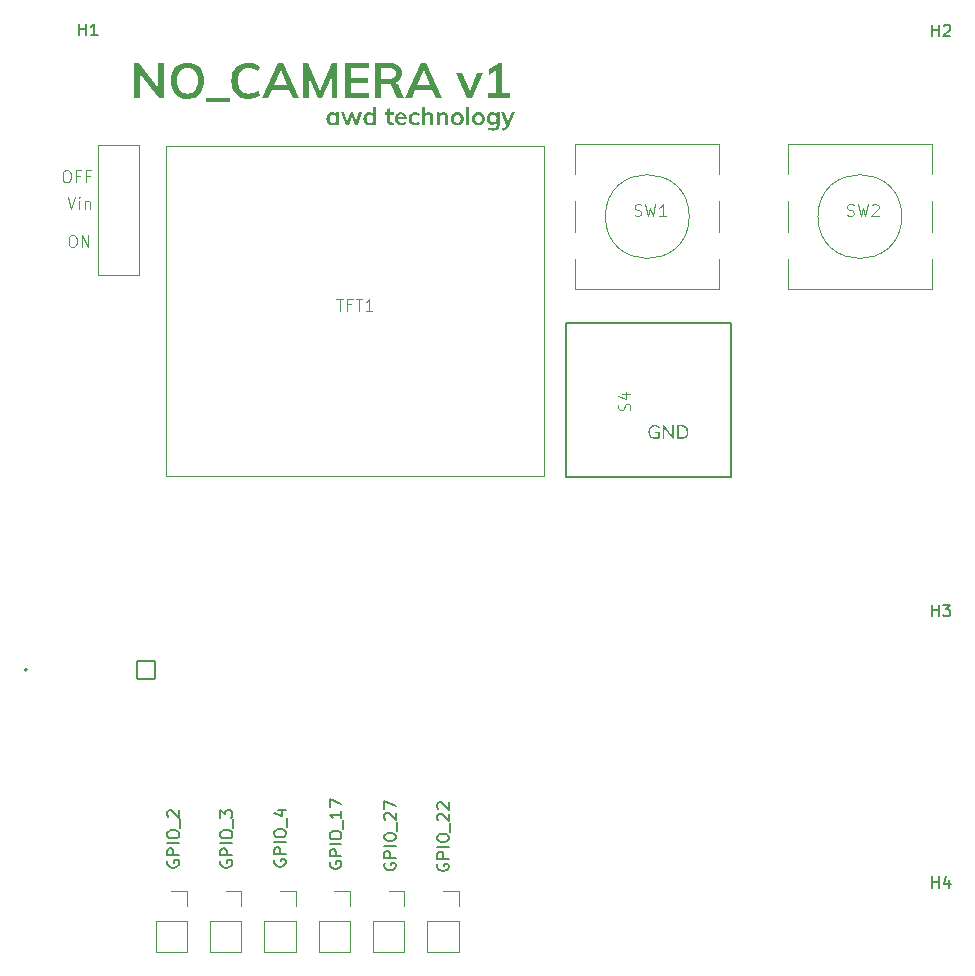
<source format=gto>
G04 #@! TF.GenerationSoftware,KiCad,Pcbnew,9.0.1*
G04 #@! TF.CreationDate,2025-04-09T16:40:50+02:00*
G04 #@! TF.ProjectId,camera_base,63616d65-7261-45f6-9261-73652e6b6963,rev?*
G04 #@! TF.SameCoordinates,Original*
G04 #@! TF.FileFunction,Legend,Top*
G04 #@! TF.FilePolarity,Positive*
%FSLAX46Y46*%
G04 Gerber Fmt 4.6, Leading zero omitted, Abs format (unit mm)*
G04 Created by KiCad (PCBNEW 9.0.1) date 2025-04-09 16:40:50*
%MOMM*%
%LPD*%
G01*
G04 APERTURE LIST*
G04 Aperture macros list*
%AMRoundRect*
0 Rectangle with rounded corners*
0 $1 Rounding radius*
0 $2 $3 $4 $5 $6 $7 $8 $9 X,Y pos of 4 corners*
0 Add a 4 corners polygon primitive as box body*
4,1,4,$2,$3,$4,$5,$6,$7,$8,$9,$2,$3,0*
0 Add four circle primitives for the rounded corners*
1,1,$1+$1,$2,$3*
1,1,$1+$1,$4,$5*
1,1,$1+$1,$6,$7*
1,1,$1+$1,$8,$9*
0 Add four rect primitives between the rounded corners*
20,1,$1+$1,$2,$3,$4,$5,0*
20,1,$1+$1,$4,$5,$6,$7,0*
20,1,$1+$1,$6,$7,$8,$9,0*
20,1,$1+$1,$8,$9,$2,$3,0*%
G04 Aperture macros list end*
%ADD10C,0.300000*%
%ADD11C,0.150000*%
%ADD12C,0.100000*%
%ADD13C,0.200000*%
%ADD14C,0.120000*%
%ADD15C,2.700000*%
%ADD16C,2.750000*%
%ADD17RoundRect,0.102000X-0.754000X-0.754000X0.754000X-0.754000X0.754000X0.754000X-0.754000X0.754000X0*%
%ADD18C,1.712000*%
%ADD19O,3.200000X1.900000*%
%ADD20C,1.600000*%
%ADD21C,1.700000*%
%ADD22C,2.200000*%
%ADD23C,1.800000*%
%ADD24R,1.700000X1.700000*%
G04 APERTURE END LIST*
D10*
G36*
X66343353Y-95999551D02*
G01*
X66343353Y-98990000D01*
X65940169Y-98990000D01*
X64327433Y-96894213D01*
X64327433Y-98990000D01*
X63823316Y-98990000D01*
X63823316Y-95999551D01*
X64226683Y-95999551D01*
X65835205Y-98091125D01*
X65835205Y-95999551D01*
X66343353Y-95999551D01*
G37*
G36*
X68605213Y-95983599D02*
G01*
X68855900Y-96046014D01*
X69076980Y-96146646D01*
X69227866Y-96248927D01*
X69359211Y-96370573D01*
X69472475Y-96512898D01*
X69568274Y-96678058D01*
X69660557Y-96914675D01*
X69718250Y-97183632D01*
X69738450Y-97490654D01*
X69717965Y-97800426D01*
X69659553Y-98070761D01*
X69566259Y-98307646D01*
X69469563Y-98472932D01*
X69355929Y-98615634D01*
X69224787Y-98737851D01*
X69074781Y-98840889D01*
X68912543Y-98920749D01*
X68734151Y-98979054D01*
X68537219Y-99015210D01*
X68318972Y-99027735D01*
X68035553Y-99005801D01*
X67786144Y-98942794D01*
X67564994Y-98840889D01*
X67413922Y-98737810D01*
X67281731Y-98615562D01*
X67167054Y-98472863D01*
X67069303Y-98307646D01*
X66974883Y-98070646D01*
X66915807Y-97800321D01*
X66895097Y-97490654D01*
X67441163Y-97490654D01*
X67458027Y-97760817D01*
X67504713Y-97982050D01*
X67576832Y-98162695D01*
X67672156Y-98309661D01*
X67797579Y-98433344D01*
X67944053Y-98521481D01*
X68115766Y-98576043D01*
X68318972Y-98595242D01*
X68522178Y-98576043D01*
X68693891Y-98521481D01*
X68840365Y-98433344D01*
X68965788Y-98309661D01*
X69061112Y-98162695D01*
X69133230Y-97982050D01*
X69179917Y-97760817D01*
X69196781Y-97490654D01*
X69179938Y-97222761D01*
X69133290Y-97003270D01*
X69061183Y-96823917D01*
X68965788Y-96677875D01*
X68840493Y-96555164D01*
X68694070Y-96467630D01*
X68522312Y-96413399D01*
X68318972Y-96394309D01*
X68115498Y-96413290D01*
X67943695Y-96467188D01*
X67797322Y-96554119D01*
X67672156Y-96675860D01*
X67576982Y-96820798D01*
X67504867Y-96999910D01*
X67458091Y-97220322D01*
X67441163Y-97490654D01*
X66895097Y-97490654D01*
X66915522Y-97183736D01*
X66973878Y-96914789D01*
X67067288Y-96678058D01*
X67164099Y-96512842D01*
X67278082Y-96370491D01*
X67409837Y-96248864D01*
X67560781Y-96146646D01*
X67781862Y-96046020D01*
X68032608Y-95983602D01*
X68318972Y-95961816D01*
X68605213Y-95983599D01*
G37*
G36*
X69875287Y-98990000D02*
G01*
X71895603Y-98990000D01*
X71895603Y-99305073D01*
X69875287Y-99305073D01*
X69875287Y-98990000D01*
G37*
G36*
X73480312Y-99027735D02*
G01*
X73260195Y-99015163D01*
X73060040Y-98978749D01*
X72877270Y-98919826D01*
X72709665Y-98838874D01*
X72554245Y-98734409D01*
X72418975Y-98611240D01*
X72302317Y-98468225D01*
X72203532Y-98303433D01*
X72107757Y-98066346D01*
X72048019Y-97797353D01*
X72027128Y-97490654D01*
X72047957Y-97186803D01*
X72107638Y-96919200D01*
X72203532Y-96682271D01*
X72302394Y-96517429D01*
X72419079Y-96374769D01*
X72554320Y-96252300D01*
X72709665Y-96148845D01*
X72936300Y-96046835D01*
X73191295Y-95983760D01*
X73480312Y-95961816D01*
X73680252Y-95972568D01*
X73869486Y-96004235D01*
X74049459Y-96056338D01*
X74221402Y-96129620D01*
X74368124Y-96217235D01*
X74492576Y-96318838D01*
X74316172Y-96713595D01*
X74109922Y-96569397D01*
X73915003Y-96476374D01*
X73710360Y-96421434D01*
X73488738Y-96402735D01*
X73276220Y-96421910D01*
X73097800Y-96476159D01*
X72946870Y-96563183D01*
X72818841Y-96684286D01*
X72720584Y-96829730D01*
X72646588Y-97007886D01*
X72598838Y-97225460D01*
X72581620Y-97490654D01*
X72598730Y-97758252D01*
X72646149Y-97977648D01*
X72719543Y-98157111D01*
X72816826Y-98303433D01*
X72944002Y-98425153D01*
X73094849Y-98512735D01*
X73274133Y-98567440D01*
X73488738Y-98586816D01*
X73710367Y-98568162D01*
X73915003Y-98513360D01*
X74109929Y-98420198D01*
X74316172Y-98275956D01*
X74492576Y-98670713D01*
X74368111Y-98772424D01*
X74221389Y-98860099D01*
X74049459Y-98933396D01*
X73869493Y-98985397D01*
X73680259Y-99017003D01*
X73480312Y-99027735D01*
G37*
G36*
X77772819Y-98990000D02*
G01*
X77230966Y-98990000D01*
X76932745Y-98288595D01*
X75471135Y-98288595D01*
X75168885Y-98990000D01*
X74622819Y-98990000D01*
X75129992Y-97868558D01*
X75651753Y-97868558D01*
X76752128Y-97868558D01*
X76202032Y-96587566D01*
X75651753Y-97868558D01*
X75129992Y-97868558D01*
X75975252Y-95999551D01*
X76416172Y-95999551D01*
X77772819Y-98990000D01*
G37*
G36*
X81008731Y-95999551D02*
G01*
X81008731Y-98990000D01*
X80530076Y-98990000D01*
X80530076Y-97133632D01*
X79736165Y-98990000D01*
X79379143Y-98990000D01*
X78581202Y-97154515D01*
X78581202Y-98990000D01*
X78102363Y-98990000D01*
X78102363Y-95999551D01*
X78530826Y-95999551D01*
X79559760Y-98338970D01*
X80580451Y-95999551D01*
X81008731Y-95999551D01*
G37*
G36*
X81663790Y-95999551D02*
G01*
X83663040Y-95999551D01*
X83663040Y-96428014D01*
X82193004Y-96428014D01*
X82193004Y-97255448D01*
X83574930Y-97255448D01*
X83574930Y-97683728D01*
X82193004Y-97683728D01*
X82193004Y-98561536D01*
X83663040Y-98561536D01*
X83663040Y-98990000D01*
X81663790Y-98990000D01*
X81663790Y-95999551D01*
G37*
G36*
X85699492Y-96015905D02*
G01*
X85908767Y-96061039D01*
X86078208Y-96130561D01*
X86214767Y-96222301D01*
X86328173Y-96342407D01*
X86410022Y-96485421D01*
X86461279Y-96655976D01*
X86479466Y-96860690D01*
X86461027Y-97054066D01*
X86408145Y-97220956D01*
X86321929Y-97366639D01*
X86205095Y-97489539D01*
X86057807Y-97588219D01*
X85874598Y-97662845D01*
X85994608Y-97704772D01*
X86096780Y-97777048D01*
X86184161Y-97883588D01*
X86256899Y-98032323D01*
X86622165Y-98990000D01*
X86051003Y-98990000D01*
X85668885Y-97994588D01*
X85627138Y-97908304D01*
X85575381Y-97845262D01*
X85513363Y-97801331D01*
X85398853Y-97761666D01*
X85240422Y-97746742D01*
X84698569Y-97746742D01*
X84698569Y-98990000D01*
X84160929Y-98990000D01*
X84160929Y-97326889D01*
X84690143Y-97326889D01*
X85366451Y-97326889D01*
X85568747Y-97311828D01*
X85715496Y-97272134D01*
X85820010Y-97213499D01*
X85899602Y-97127859D01*
X85949034Y-97015841D01*
X85966922Y-96868934D01*
X85949288Y-96724773D01*
X85900550Y-96614909D01*
X85822025Y-96530963D01*
X85718866Y-96473642D01*
X85571755Y-96434523D01*
X85366451Y-96419588D01*
X84690143Y-96419588D01*
X84690143Y-97326889D01*
X84160929Y-97326889D01*
X84160929Y-95999551D01*
X85441922Y-95999551D01*
X85699492Y-96015905D01*
G37*
G36*
X89898011Y-98990000D02*
G01*
X89356158Y-98990000D01*
X89057937Y-98288595D01*
X87596327Y-98288595D01*
X87294077Y-98990000D01*
X86748011Y-98990000D01*
X87255184Y-97868558D01*
X87776945Y-97868558D01*
X88877320Y-97868558D01*
X88327224Y-96587566D01*
X87776945Y-97868558D01*
X87255184Y-97868558D01*
X88100444Y-95999551D01*
X88541364Y-95999551D01*
X89898011Y-98990000D01*
G37*
G36*
X93337988Y-96873147D02*
G01*
X92409804Y-98990000D01*
X91951849Y-98990000D01*
X91036304Y-96873147D01*
X91586584Y-96873147D01*
X92195481Y-98393558D01*
X92817201Y-96873147D01*
X93337988Y-96873147D01*
G37*
G36*
X95639122Y-98549080D02*
G01*
X95639122Y-98990000D01*
X93795394Y-98990000D01*
X93795394Y-98549080D01*
X94450636Y-98549080D01*
X94450636Y-96621271D01*
X93841556Y-96986536D01*
X93841556Y-96503668D01*
X94673203Y-95999551D01*
X94988093Y-95999551D01*
X94988093Y-98549080D01*
X95639122Y-98549080D01*
G37*
G36*
X80630121Y-100162894D02*
G01*
X80698301Y-100179482D01*
X80760205Y-100206540D01*
X80816086Y-100244049D01*
X80861970Y-100289669D01*
X80898783Y-100344110D01*
X80898783Y-100184467D01*
X81157069Y-100184467D01*
X81157069Y-101245000D01*
X80898783Y-101245000D01*
X80898783Y-101074915D01*
X80861970Y-101129356D01*
X80816086Y-101174975D01*
X80760205Y-101212485D01*
X80698307Y-101239490D01*
X80630125Y-101256049D01*
X80554400Y-101261761D01*
X80463968Y-101254030D01*
X80382629Y-101231554D01*
X80308661Y-101194624D01*
X80243280Y-101144117D01*
X80188171Y-101080971D01*
X80142790Y-101003565D01*
X80110855Y-100919055D01*
X80090941Y-100823747D01*
X80083989Y-100715786D01*
X80348595Y-100715786D01*
X80357773Y-100822840D01*
X80382706Y-100905033D01*
X80421044Y-100967845D01*
X80474847Y-101016059D01*
X80541758Y-101045498D01*
X80625841Y-101055956D01*
X80708246Y-101045330D01*
X80774092Y-101015294D01*
X80827342Y-100965738D01*
X80865193Y-100901702D01*
X80889766Y-100818716D01*
X80898783Y-100711573D01*
X80889688Y-100601593D01*
X80865045Y-100517383D01*
X80827342Y-100453286D01*
X80774031Y-100403791D01*
X80707542Y-100373671D01*
X80623735Y-100362978D01*
X80560357Y-100369206D01*
X80506646Y-100386958D01*
X80460633Y-100415779D01*
X80421044Y-100456492D01*
X80382576Y-100522570D01*
X80357692Y-100607330D01*
X80348595Y-100715786D01*
X80083989Y-100715786D01*
X80091002Y-100607933D01*
X80111204Y-100511557D01*
X80143797Y-100424985D01*
X80189885Y-100345241D01*
X80245395Y-100279972D01*
X80310768Y-100227514D01*
X80384896Y-100188664D01*
X80465541Y-100165200D01*
X80554400Y-100157172D01*
X80630121Y-100162894D01*
G37*
G36*
X83131040Y-100184467D02*
G01*
X82715217Y-101245000D01*
X82486331Y-101245000D01*
X82223831Y-100549915D01*
X81967650Y-101245000D01*
X81736658Y-101245000D01*
X81320834Y-100184467D01*
X81589654Y-100184467D01*
X81862687Y-100932124D01*
X82137735Y-100184467D01*
X82326779Y-100184467D01*
X82601827Y-100938444D01*
X82874860Y-100184467D01*
X83131040Y-100184467D01*
G37*
G36*
X84291682Y-101245000D02*
G01*
X84033395Y-101245000D01*
X84033395Y-101074915D01*
X83996583Y-101129356D01*
X83950698Y-101174975D01*
X83894818Y-101212485D01*
X83832919Y-101239490D01*
X83764738Y-101256049D01*
X83689013Y-101261761D01*
X83600095Y-101253848D01*
X83519443Y-101230735D01*
X83445381Y-101192518D01*
X83380042Y-101140657D01*
X83324533Y-101075773D01*
X83278410Y-100996147D01*
X83245817Y-100909574D01*
X83225615Y-100813198D01*
X83218601Y-100705345D01*
X83483208Y-100705345D01*
X83492327Y-100813798D01*
X83517228Y-100898180D01*
X83555656Y-100963632D01*
X83595170Y-101003766D01*
X83641154Y-101032231D01*
X83694891Y-101049790D01*
X83758347Y-101055956D01*
X83840792Y-101045356D01*
X83907036Y-101015332D01*
X83960947Y-100965738D01*
X83999290Y-100901591D01*
X84024226Y-100817977D01*
X84033395Y-100709467D01*
X84024340Y-100600937D01*
X83999733Y-100517352D01*
X83961954Y-100453286D01*
X83908698Y-100403676D01*
X83842852Y-100373611D01*
X83760454Y-100362978D01*
X83676466Y-100373551D01*
X83609552Y-100403353D01*
X83555656Y-100452279D01*
X83517279Y-100515714D01*
X83492362Y-100598287D01*
X83483208Y-100705345D01*
X83218601Y-100705345D01*
X83225555Y-100597384D01*
X83245470Y-100502108D01*
X83277403Y-100417657D01*
X83322749Y-100340132D01*
X83377860Y-100276604D01*
X83443274Y-100225499D01*
X83517312Y-100187887D01*
X83598644Y-100165029D01*
X83689013Y-100157172D01*
X83763416Y-100162650D01*
X83830553Y-100178535D01*
X83891612Y-100204433D01*
X83946932Y-100240530D01*
X83992480Y-100284751D01*
X84029182Y-100337790D01*
X84029182Y-99699400D01*
X84291682Y-99699400D01*
X84291682Y-101245000D01*
G37*
G36*
X85485663Y-100381937D02*
G01*
X85485663Y-100856470D01*
X85493732Y-100928257D01*
X85515172Y-100978656D01*
X85548308Y-101013424D01*
X85594956Y-101035309D01*
X85659961Y-101043408D01*
X85708970Y-101039411D01*
X85764924Y-101026555D01*
X85764924Y-101234467D01*
X85691432Y-101252871D01*
X85596946Y-101259654D01*
X85507042Y-101252566D01*
X85432652Y-101232730D01*
X85370921Y-101201462D01*
X85319700Y-101158904D01*
X85279282Y-101106020D01*
X85249255Y-101041762D01*
X85230054Y-100963788D01*
X85223163Y-100869110D01*
X85223163Y-100381937D01*
X85019465Y-100381937D01*
X85019465Y-100184467D01*
X85223163Y-100184467D01*
X85223163Y-99926180D01*
X85485663Y-99837978D01*
X85485663Y-100184467D01*
X85767031Y-100184467D01*
X85767031Y-100381937D01*
X85485663Y-100381937D01*
G37*
G36*
X86510356Y-100166721D02*
G01*
X86601832Y-100193908D01*
X86680549Y-100237757D01*
X86748613Y-100298955D01*
X86802151Y-100372905D01*
X86841675Y-100460584D01*
X86866733Y-100564656D01*
X86875649Y-100688492D01*
X86875649Y-100728426D01*
X86144844Y-100728426D01*
X86159748Y-100839299D01*
X86188952Y-100920655D01*
X86229932Y-100979385D01*
X86286132Y-101022542D01*
X86360246Y-101050081D01*
X86457811Y-101060169D01*
X86542796Y-101053181D01*
X86624344Y-101032334D01*
X86703528Y-100997238D01*
X86781219Y-100946779D01*
X86856782Y-101127397D01*
X86774645Y-101181149D01*
X86670943Y-101225033D01*
X86559556Y-101252633D01*
X86447278Y-101261761D01*
X86317998Y-101251597D01*
X86208899Y-101222912D01*
X86116397Y-101177310D01*
X86037774Y-101114849D01*
X85974182Y-101037061D01*
X85927934Y-100945827D01*
X85898925Y-100838508D01*
X85888664Y-100711573D01*
X85896247Y-100605396D01*
X85900308Y-100587742D01*
X86153271Y-100587742D01*
X86646763Y-100587742D01*
X86631905Y-100510222D01*
X86607347Y-100451319D01*
X86574315Y-100407124D01*
X86530911Y-100374106D01*
X86476973Y-100353565D01*
X86409451Y-100346216D01*
X86341924Y-100353530D01*
X86285681Y-100374321D01*
X86238267Y-100408224D01*
X86200883Y-100453398D01*
X86172296Y-100512162D01*
X86153271Y-100587742D01*
X85900308Y-100587742D01*
X85918174Y-100510073D01*
X85953785Y-100423886D01*
X86003499Y-100345446D01*
X86064133Y-100280424D01*
X86136509Y-100227514D01*
X86217447Y-100188786D01*
X86305754Y-100165248D01*
X86403131Y-100157172D01*
X86510356Y-100166721D01*
G37*
G36*
X87578794Y-101261761D02*
G01*
X87469846Y-101253818D01*
X87374664Y-101231107D01*
X87291015Y-101194624D01*
X87215943Y-101143453D01*
X87154040Y-101080486D01*
X87104169Y-101004573D01*
X87068782Y-100920338D01*
X87046748Y-100824784D01*
X87039048Y-100715786D01*
X87047037Y-100606935D01*
X87070045Y-100510293D01*
X87107283Y-100423886D01*
X87159235Y-100345854D01*
X87223255Y-100280770D01*
X87300449Y-100227514D01*
X87386307Y-100189049D01*
X87481915Y-100165374D01*
X87589235Y-100157172D01*
X87700966Y-100166131D01*
X87808688Y-100192893D01*
X87906424Y-100236870D01*
X87977765Y-100291628D01*
X87904217Y-100476367D01*
X87834355Y-100428005D01*
X87761427Y-100393477D01*
X87685519Y-100372022D01*
X87612316Y-100365084D01*
X87521091Y-100375764D01*
X87448326Y-100405733D01*
X87389750Y-100454385D01*
X87347373Y-100518474D01*
X87320017Y-100602291D01*
X87309974Y-100711573D01*
X87319922Y-100821002D01*
X87346943Y-100904462D01*
X87388651Y-100967845D01*
X87430809Y-101005444D01*
X87480961Y-101032729D01*
X87540719Y-101049869D01*
X87612316Y-101055956D01*
X87685477Y-101048780D01*
X87761427Y-101026555D01*
X87834398Y-100991182D01*
X87904217Y-100942566D01*
X87977765Y-101127397D01*
X87902801Y-101182319D01*
X87803467Y-101226132D01*
X87694324Y-101252764D01*
X87578794Y-101261761D01*
G37*
G36*
X88759861Y-100157172D02*
G01*
X88864114Y-100166754D01*
X88946934Y-100193245D01*
X89012882Y-100234879D01*
X89065009Y-100292170D01*
X89104479Y-100367829D01*
X89130406Y-100466425D01*
X89139964Y-100593970D01*
X89139964Y-101245000D01*
X88877464Y-101245000D01*
X88877464Y-100606610D01*
X88871015Y-100523605D01*
X88854106Y-100464332D01*
X88829195Y-100422878D01*
X88793112Y-100391924D01*
X88744741Y-100372289D01*
X88680085Y-100365084D01*
X88603552Y-100374064D01*
X88540128Y-100399653D01*
X88486828Y-100441746D01*
X88446808Y-100496851D01*
X88422115Y-100563352D01*
X88413372Y-100644437D01*
X88413372Y-101245000D01*
X88152978Y-101245000D01*
X88152978Y-99699400D01*
X88413372Y-99699400D01*
X88413372Y-100337790D01*
X88453844Y-100284586D01*
X88501904Y-100240354D01*
X88558269Y-100204433D01*
X88620008Y-100178436D01*
X88686854Y-100162599D01*
X88759861Y-100157172D01*
G37*
G36*
X90026016Y-100157172D02*
G01*
X90130269Y-100166754D01*
X90213089Y-100193245D01*
X90279037Y-100234879D01*
X90331164Y-100292170D01*
X90370634Y-100367829D01*
X90396561Y-100466425D01*
X90406119Y-100593970D01*
X90406119Y-101245000D01*
X90143619Y-101245000D01*
X90143619Y-100606610D01*
X90137170Y-100523605D01*
X90120261Y-100464332D01*
X90095350Y-100422878D01*
X90059267Y-100391924D01*
X90010896Y-100372289D01*
X89946240Y-100365084D01*
X89869707Y-100374064D01*
X89806283Y-100399653D01*
X89752983Y-100441746D01*
X89712963Y-100496851D01*
X89688270Y-100563352D01*
X89679527Y-100644437D01*
X89679527Y-101245000D01*
X89419133Y-101245000D01*
X89419133Y-100484794D01*
X89414685Y-100321176D01*
X89402372Y-100184467D01*
X89648019Y-100184467D01*
X89666979Y-100358764D01*
X89708061Y-100298847D01*
X89757183Y-100249495D01*
X89814990Y-100209746D01*
X89879089Y-100180840D01*
X89949012Y-100163222D01*
X90026016Y-100157172D01*
G37*
G36*
X91270860Y-100165021D02*
G01*
X91364019Y-100187663D01*
X91447601Y-100224400D01*
X91522654Y-100275655D01*
X91584953Y-100339284D01*
X91635546Y-100416558D01*
X91671498Y-100502164D01*
X91693864Y-100599092D01*
X91701674Y-100709467D01*
X91693862Y-100819903D01*
X91671495Y-100916860D01*
X91635546Y-101002466D01*
X91584953Y-101079740D01*
X91522654Y-101143369D01*
X91447601Y-101194624D01*
X91364024Y-101231310D01*
X91270864Y-101253922D01*
X91166233Y-101261761D01*
X91060118Y-101253903D01*
X90965906Y-101231272D01*
X90881659Y-101194624D01*
X90805965Y-101143310D01*
X90743318Y-101079673D01*
X90692616Y-101002466D01*
X90656666Y-100916860D01*
X90634299Y-100819903D01*
X90626487Y-100709467D01*
X90891093Y-100709467D01*
X90900214Y-100822450D01*
X90924619Y-100906708D01*
X90961435Y-100968852D01*
X91013893Y-101016390D01*
X91080031Y-101045546D01*
X91164126Y-101055956D01*
X91249577Y-101045492D01*
X91316324Y-101016285D01*
X91368832Y-100968852D01*
X91405648Y-100906708D01*
X91430054Y-100822450D01*
X91439174Y-100709467D01*
X91430015Y-100598034D01*
X91405319Y-100513620D01*
X91367733Y-100450172D01*
X91314555Y-100401167D01*
X91248711Y-100371409D01*
X91166233Y-100360871D01*
X91082279Y-100371468D01*
X91015733Y-100401282D01*
X90962443Y-100450172D01*
X90924909Y-100513612D01*
X90900242Y-100598027D01*
X90891093Y-100709467D01*
X90626487Y-100709467D01*
X90634297Y-100599092D01*
X90656664Y-100502164D01*
X90692616Y-100416558D01*
X90743318Y-100339352D01*
X90805965Y-100275714D01*
X90881659Y-100224400D01*
X90965911Y-100187701D01*
X91060122Y-100165040D01*
X91166233Y-100157172D01*
X91270860Y-100165021D01*
G37*
G36*
X91927996Y-99699400D02*
G01*
X92188389Y-99699400D01*
X92188389Y-101245000D01*
X91927996Y-101245000D01*
X91927996Y-99699400D01*
G37*
G36*
X93061648Y-100165021D02*
G01*
X93154807Y-100187663D01*
X93238389Y-100224400D01*
X93313442Y-100275655D01*
X93375741Y-100339284D01*
X93426334Y-100416558D01*
X93462286Y-100502164D01*
X93484652Y-100599092D01*
X93492463Y-100709467D01*
X93484651Y-100819903D01*
X93462283Y-100916860D01*
X93426334Y-101002466D01*
X93375741Y-101079740D01*
X93313442Y-101143369D01*
X93238389Y-101194624D01*
X93154813Y-101231310D01*
X93061653Y-101253922D01*
X92957021Y-101261761D01*
X92850906Y-101253903D01*
X92756695Y-101231272D01*
X92672448Y-101194624D01*
X92596754Y-101143310D01*
X92534107Y-101079673D01*
X92483404Y-101002466D01*
X92447455Y-100916860D01*
X92425087Y-100819903D01*
X92417275Y-100709467D01*
X92681882Y-100709467D01*
X92691002Y-100822450D01*
X92715408Y-100906708D01*
X92752224Y-100968852D01*
X92804682Y-101016390D01*
X92870819Y-101045546D01*
X92954915Y-101055956D01*
X93040365Y-101045492D01*
X93107112Y-101016285D01*
X93159621Y-100968852D01*
X93196437Y-100906708D01*
X93220843Y-100822450D01*
X93229963Y-100709467D01*
X93220804Y-100598034D01*
X93196107Y-100513620D01*
X93158522Y-100450172D01*
X93105343Y-100401167D01*
X93039500Y-100371409D01*
X92957021Y-100360871D01*
X92873068Y-100371468D01*
X92806521Y-100401282D01*
X92753231Y-100450172D01*
X92715697Y-100513612D01*
X92691031Y-100598027D01*
X92681882Y-100709467D01*
X92417275Y-100709467D01*
X92425086Y-100599092D01*
X92447452Y-100502164D01*
X92483404Y-100416558D01*
X92534107Y-100339352D01*
X92596754Y-100275714D01*
X92672448Y-100224400D01*
X92756700Y-100187701D01*
X92850911Y-100165040D01*
X92957021Y-100157172D01*
X93061648Y-100165021D01*
G37*
G36*
X94211748Y-100162912D02*
G01*
X94280953Y-100179518D01*
X94343527Y-100206540D01*
X94400103Y-100244116D01*
X94446332Y-100289744D01*
X94483203Y-100344110D01*
X94483203Y-100184467D01*
X94743597Y-100184467D01*
X94743597Y-101211386D01*
X94733898Y-101334980D01*
X94706877Y-101436209D01*
X94664492Y-101519255D01*
X94607035Y-101587275D01*
X94535709Y-101640486D01*
X94447617Y-101680386D01*
X94339194Y-101706117D01*
X94205957Y-101715411D01*
X94083323Y-101708583D01*
X93971201Y-101688764D01*
X93868268Y-101656640D01*
X93773373Y-101612463D01*
X93815413Y-101412978D01*
X93947019Y-101470061D01*
X94074568Y-101503048D01*
X94199729Y-101513819D01*
X94291729Y-101504888D01*
X94360847Y-101480703D01*
X94412501Y-101443290D01*
X94450049Y-101391954D01*
X94474270Y-101323422D01*
X94483203Y-101232360D01*
X94483203Y-101022433D01*
X94446557Y-101075693D01*
X94400033Y-101122104D01*
X94342520Y-101162110D01*
X94279040Y-101191577D01*
X94210149Y-101209471D01*
X94134608Y-101215599D01*
X94044108Y-101207992D01*
X93962410Y-101185856D01*
X93887862Y-101149470D01*
X93821555Y-101099724D01*
X93765746Y-101037921D01*
X93719792Y-100962624D01*
X93687142Y-100880143D01*
X93666972Y-100788605D01*
X93659983Y-100686386D01*
X93924590Y-100686386D01*
X93933792Y-100784600D01*
X93959206Y-100862227D01*
X93999145Y-100923698D01*
X94054012Y-100970900D01*
X94121013Y-100999639D01*
X94203851Y-101009794D01*
X94286750Y-100999637D01*
X94353779Y-100970895D01*
X94408648Y-100923698D01*
X94448587Y-100862227D01*
X94474001Y-100784600D01*
X94483203Y-100686386D01*
X94474110Y-100588093D01*
X94449019Y-100510466D01*
X94409656Y-100449073D01*
X94355400Y-100402024D01*
X94288127Y-100373216D01*
X94203851Y-100362978D01*
X94121013Y-100373132D01*
X94054012Y-100401871D01*
X93999145Y-100449073D01*
X93959206Y-100510544D01*
X93933792Y-100588171D01*
X93924590Y-100686386D01*
X93659983Y-100686386D01*
X93666973Y-100584167D01*
X93687145Y-100492661D01*
X93719792Y-100410239D01*
X93765746Y-100334942D01*
X93821555Y-100273138D01*
X93887862Y-100223393D01*
X93962415Y-100186955D01*
X94044113Y-100164789D01*
X94134608Y-100157172D01*
X94211748Y-100162912D01*
G37*
G36*
X96029810Y-100184467D02*
G01*
X95536318Y-101316441D01*
X95471464Y-101442036D01*
X95399931Y-101536111D01*
X95321994Y-101604128D01*
X95231608Y-101656092D01*
X95125408Y-101696289D01*
X95000785Y-101723838D01*
X94941983Y-101522154D01*
X95040818Y-101495318D01*
X95113625Y-101466702D01*
X95165648Y-101437158D01*
X95210841Y-101398773D01*
X95251074Y-101348677D01*
X95286366Y-101284933D01*
X95319979Y-101207172D01*
X94878968Y-100184467D01*
X95154108Y-100184467D01*
X95458557Y-100946779D01*
X95769417Y-100184467D01*
X96029810Y-100184467D01*
G37*
D11*
X131338095Y-142854819D02*
X131338095Y-141854819D01*
X131338095Y-142331009D02*
X131909523Y-142331009D01*
X131909523Y-142854819D02*
X131909523Y-141854819D01*
X132290476Y-141854819D02*
X132909523Y-141854819D01*
X132909523Y-141854819D02*
X132576190Y-142235771D01*
X132576190Y-142235771D02*
X132719047Y-142235771D01*
X132719047Y-142235771D02*
X132814285Y-142283390D01*
X132814285Y-142283390D02*
X132861904Y-142331009D01*
X132861904Y-142331009D02*
X132909523Y-142426247D01*
X132909523Y-142426247D02*
X132909523Y-142664342D01*
X132909523Y-142664342D02*
X132861904Y-142759580D01*
X132861904Y-142759580D02*
X132814285Y-142807200D01*
X132814285Y-142807200D02*
X132719047Y-142854819D01*
X132719047Y-142854819D02*
X132433333Y-142854819D01*
X132433333Y-142854819D02*
X132338095Y-142807200D01*
X132338095Y-142807200D02*
X132290476Y-142759580D01*
X131338095Y-165854819D02*
X131338095Y-164854819D01*
X131338095Y-165331009D02*
X131909523Y-165331009D01*
X131909523Y-165854819D02*
X131909523Y-164854819D01*
X132814285Y-165188152D02*
X132814285Y-165854819D01*
X132576190Y-164807200D02*
X132338095Y-165521485D01*
X132338095Y-165521485D02*
X132957142Y-165521485D01*
X131338095Y-93754819D02*
X131338095Y-92754819D01*
X131338095Y-93231009D02*
X131909523Y-93231009D01*
X131909523Y-93754819D02*
X131909523Y-92754819D01*
X132338095Y-92850057D02*
X132385714Y-92802438D01*
X132385714Y-92802438D02*
X132480952Y-92754819D01*
X132480952Y-92754819D02*
X132719047Y-92754819D01*
X132719047Y-92754819D02*
X132814285Y-92802438D01*
X132814285Y-92802438D02*
X132861904Y-92850057D01*
X132861904Y-92850057D02*
X132909523Y-92945295D01*
X132909523Y-92945295D02*
X132909523Y-93040533D01*
X132909523Y-93040533D02*
X132861904Y-93183390D01*
X132861904Y-93183390D02*
X132290476Y-93754819D01*
X132290476Y-93754819D02*
X132909523Y-93754819D01*
X59138095Y-93654819D02*
X59138095Y-92654819D01*
X59138095Y-93131009D02*
X59709523Y-93131009D01*
X59709523Y-93654819D02*
X59709523Y-92654819D01*
X60709523Y-93654819D02*
X60138095Y-93654819D01*
X60423809Y-93654819D02*
X60423809Y-92654819D01*
X60423809Y-92654819D02*
X60328571Y-92797676D01*
X60328571Y-92797676D02*
X60233333Y-92892914D01*
X60233333Y-92892914D02*
X60138095Y-92940533D01*
D12*
X124166667Y-108909800D02*
X124309524Y-108957419D01*
X124309524Y-108957419D02*
X124547619Y-108957419D01*
X124547619Y-108957419D02*
X124642857Y-108909800D01*
X124642857Y-108909800D02*
X124690476Y-108862180D01*
X124690476Y-108862180D02*
X124738095Y-108766942D01*
X124738095Y-108766942D02*
X124738095Y-108671704D01*
X124738095Y-108671704D02*
X124690476Y-108576466D01*
X124690476Y-108576466D02*
X124642857Y-108528847D01*
X124642857Y-108528847D02*
X124547619Y-108481228D01*
X124547619Y-108481228D02*
X124357143Y-108433609D01*
X124357143Y-108433609D02*
X124261905Y-108385990D01*
X124261905Y-108385990D02*
X124214286Y-108338371D01*
X124214286Y-108338371D02*
X124166667Y-108243133D01*
X124166667Y-108243133D02*
X124166667Y-108147895D01*
X124166667Y-108147895D02*
X124214286Y-108052657D01*
X124214286Y-108052657D02*
X124261905Y-108005038D01*
X124261905Y-108005038D02*
X124357143Y-107957419D01*
X124357143Y-107957419D02*
X124595238Y-107957419D01*
X124595238Y-107957419D02*
X124738095Y-108005038D01*
X125071429Y-107957419D02*
X125309524Y-108957419D01*
X125309524Y-108957419D02*
X125500000Y-108243133D01*
X125500000Y-108243133D02*
X125690476Y-108957419D01*
X125690476Y-108957419D02*
X125928572Y-107957419D01*
X126261905Y-108052657D02*
X126309524Y-108005038D01*
X126309524Y-108005038D02*
X126404762Y-107957419D01*
X126404762Y-107957419D02*
X126642857Y-107957419D01*
X126642857Y-107957419D02*
X126738095Y-108005038D01*
X126738095Y-108005038D02*
X126785714Y-108052657D01*
X126785714Y-108052657D02*
X126833333Y-108147895D01*
X126833333Y-108147895D02*
X126833333Y-108243133D01*
X126833333Y-108243133D02*
X126785714Y-108385990D01*
X126785714Y-108385990D02*
X126214286Y-108957419D01*
X126214286Y-108957419D02*
X126833333Y-108957419D01*
X80928571Y-115957419D02*
X81499999Y-115957419D01*
X81214285Y-116957419D02*
X81214285Y-115957419D01*
X82166666Y-116433609D02*
X81833333Y-116433609D01*
X81833333Y-116957419D02*
X81833333Y-115957419D01*
X81833333Y-115957419D02*
X82309523Y-115957419D01*
X82547619Y-115957419D02*
X83119047Y-115957419D01*
X82833333Y-116957419D02*
X82833333Y-115957419D01*
X83976190Y-116957419D02*
X83404762Y-116957419D01*
X83690476Y-116957419D02*
X83690476Y-115957419D01*
X83690476Y-115957419D02*
X83595238Y-116100276D01*
X83595238Y-116100276D02*
X83500000Y-116195514D01*
X83500000Y-116195514D02*
X83404762Y-116243133D01*
X58161027Y-107332419D02*
X58494360Y-108332419D01*
X58494360Y-108332419D02*
X58827693Y-107332419D01*
X59161027Y-108332419D02*
X59161027Y-107665752D01*
X59161027Y-107332419D02*
X59113408Y-107380038D01*
X59113408Y-107380038D02*
X59161027Y-107427657D01*
X59161027Y-107427657D02*
X59208646Y-107380038D01*
X59208646Y-107380038D02*
X59161027Y-107332419D01*
X59161027Y-107332419D02*
X59161027Y-107427657D01*
X59637217Y-107665752D02*
X59637217Y-108332419D01*
X59637217Y-107760990D02*
X59684836Y-107713371D01*
X59684836Y-107713371D02*
X59780074Y-107665752D01*
X59780074Y-107665752D02*
X59922931Y-107665752D01*
X59922931Y-107665752D02*
X60018169Y-107713371D01*
X60018169Y-107713371D02*
X60065788Y-107808609D01*
X60065788Y-107808609D02*
X60065788Y-108332419D01*
X57994360Y-105082419D02*
X58184836Y-105082419D01*
X58184836Y-105082419D02*
X58280074Y-105130038D01*
X58280074Y-105130038D02*
X58375312Y-105225276D01*
X58375312Y-105225276D02*
X58422931Y-105415752D01*
X58422931Y-105415752D02*
X58422931Y-105749085D01*
X58422931Y-105749085D02*
X58375312Y-105939561D01*
X58375312Y-105939561D02*
X58280074Y-106034800D01*
X58280074Y-106034800D02*
X58184836Y-106082419D01*
X58184836Y-106082419D02*
X57994360Y-106082419D01*
X57994360Y-106082419D02*
X57899122Y-106034800D01*
X57899122Y-106034800D02*
X57803884Y-105939561D01*
X57803884Y-105939561D02*
X57756265Y-105749085D01*
X57756265Y-105749085D02*
X57756265Y-105415752D01*
X57756265Y-105415752D02*
X57803884Y-105225276D01*
X57803884Y-105225276D02*
X57899122Y-105130038D01*
X57899122Y-105130038D02*
X57994360Y-105082419D01*
X59184836Y-105558609D02*
X58851503Y-105558609D01*
X58851503Y-106082419D02*
X58851503Y-105082419D01*
X58851503Y-105082419D02*
X59327693Y-105082419D01*
X60041979Y-105558609D02*
X59708646Y-105558609D01*
X59708646Y-106082419D02*
X59708646Y-105082419D01*
X59708646Y-105082419D02*
X60184836Y-105082419D01*
X58494360Y-110582419D02*
X58684836Y-110582419D01*
X58684836Y-110582419D02*
X58780074Y-110630038D01*
X58780074Y-110630038D02*
X58875312Y-110725276D01*
X58875312Y-110725276D02*
X58922931Y-110915752D01*
X58922931Y-110915752D02*
X58922931Y-111249085D01*
X58922931Y-111249085D02*
X58875312Y-111439561D01*
X58875312Y-111439561D02*
X58780074Y-111534800D01*
X58780074Y-111534800D02*
X58684836Y-111582419D01*
X58684836Y-111582419D02*
X58494360Y-111582419D01*
X58494360Y-111582419D02*
X58399122Y-111534800D01*
X58399122Y-111534800D02*
X58303884Y-111439561D01*
X58303884Y-111439561D02*
X58256265Y-111249085D01*
X58256265Y-111249085D02*
X58256265Y-110915752D01*
X58256265Y-110915752D02*
X58303884Y-110725276D01*
X58303884Y-110725276D02*
X58399122Y-110630038D01*
X58399122Y-110630038D02*
X58494360Y-110582419D01*
X59351503Y-111582419D02*
X59351503Y-110582419D01*
X59351503Y-110582419D02*
X59922931Y-111582419D01*
X59922931Y-111582419D02*
X59922931Y-110582419D01*
X105759800Y-125411904D02*
X105807419Y-125269047D01*
X105807419Y-125269047D02*
X105807419Y-125030952D01*
X105807419Y-125030952D02*
X105759800Y-124935714D01*
X105759800Y-124935714D02*
X105712180Y-124888095D01*
X105712180Y-124888095D02*
X105616942Y-124840476D01*
X105616942Y-124840476D02*
X105521704Y-124840476D01*
X105521704Y-124840476D02*
X105426466Y-124888095D01*
X105426466Y-124888095D02*
X105378847Y-124935714D01*
X105378847Y-124935714D02*
X105331228Y-125030952D01*
X105331228Y-125030952D02*
X105283609Y-125221428D01*
X105283609Y-125221428D02*
X105235990Y-125316666D01*
X105235990Y-125316666D02*
X105188371Y-125364285D01*
X105188371Y-125364285D02*
X105093133Y-125411904D01*
X105093133Y-125411904D02*
X104997895Y-125411904D01*
X104997895Y-125411904D02*
X104902657Y-125364285D01*
X104902657Y-125364285D02*
X104855038Y-125316666D01*
X104855038Y-125316666D02*
X104807419Y-125221428D01*
X104807419Y-125221428D02*
X104807419Y-124983333D01*
X104807419Y-124983333D02*
X104855038Y-124840476D01*
X105140752Y-123983333D02*
X105807419Y-123983333D01*
X104759800Y-124221428D02*
X105474085Y-124459523D01*
X105474085Y-124459523D02*
X105474085Y-123840476D01*
G36*
X108298101Y-127207210D02*
G01*
X108298101Y-127738493D01*
X108224451Y-127769029D01*
X108121006Y-127795652D01*
X108010856Y-127811913D01*
X107898831Y-127817350D01*
X107786875Y-127809053D01*
X107689460Y-127785364D01*
X107604188Y-127747341D01*
X107545934Y-127708496D01*
X107495326Y-127662257D01*
X107451773Y-127608135D01*
X107415016Y-127545318D01*
X107379838Y-127455033D01*
X107357670Y-127350690D01*
X107349852Y-127229750D01*
X107357662Y-127109860D01*
X107379823Y-127006326D01*
X107415016Y-126916640D01*
X107451686Y-126854069D01*
X107494839Y-126800159D01*
X107544700Y-126754099D01*
X107601801Y-126715390D01*
X107685453Y-126677251D01*
X107780471Y-126653578D01*
X107889140Y-126645311D01*
X107969023Y-126649508D01*
X108042571Y-126661720D01*
X108110543Y-126681544D01*
X108175030Y-126710000D01*
X108232483Y-126746140D01*
X108283635Y-126790174D01*
X108232094Y-126891642D01*
X108146786Y-126829034D01*
X108068692Y-126789402D01*
X107985667Y-126766163D01*
X107889140Y-126758014D01*
X107810874Y-126763442D01*
X107743419Y-126778854D01*
X107685059Y-126803389D01*
X107634409Y-126836820D01*
X107590495Y-126879564D01*
X107547494Y-126942468D01*
X107515103Y-127019712D01*
X107494188Y-127114261D01*
X107486640Y-127229750D01*
X107494398Y-127347730D01*
X107515844Y-127443752D01*
X107548976Y-127521695D01*
X107592883Y-127584711D01*
X107637627Y-127627190D01*
X107689639Y-127660592D01*
X107749995Y-127685230D01*
X107820191Y-127700771D01*
X107902061Y-127706262D01*
X107996798Y-127701201D01*
X108088388Y-127686161D01*
X108177393Y-127661181D01*
X108177393Y-127311837D01*
X107892370Y-127311837D01*
X107892370Y-127207210D01*
X108298101Y-127207210D01*
G37*
G36*
X109487343Y-126658161D02*
G01*
X109487343Y-127804500D01*
X109384261Y-127804500D01*
X108691963Y-126881952D01*
X108691963Y-127804500D01*
X108568025Y-127804500D01*
X108568025Y-126658161D01*
X108669423Y-126658161D01*
X109361720Y-127580709D01*
X109361720Y-126658161D01*
X109487343Y-126658161D01*
G37*
G36*
X110265632Y-126664944D02*
G01*
X110362065Y-126684153D01*
X110445356Y-126714536D01*
X110517407Y-126755490D01*
X110579683Y-126807097D01*
X110631924Y-126868859D01*
X110673320Y-126940333D01*
X110704000Y-127022975D01*
X110723389Y-127118690D01*
X110730234Y-127229750D01*
X110723382Y-127341486D01*
X110703979Y-127437767D01*
X110673286Y-127520875D01*
X110631891Y-127592727D01*
X110579683Y-127654791D01*
X110517365Y-127706695D01*
X110445290Y-127747863D01*
X110361997Y-127778392D01*
X110265587Y-127797687D01*
X110153800Y-127804500D01*
X109769065Y-127804500D01*
X109769065Y-127691797D01*
X109901079Y-127691797D01*
X110145795Y-127691797D01*
X110236691Y-127686380D01*
X110313579Y-127671175D01*
X110378597Y-127647368D01*
X110433549Y-127615586D01*
X110479830Y-127575864D01*
X110517875Y-127528364D01*
X110548543Y-127471696D01*
X110571652Y-127404351D01*
X110586470Y-127324438D01*
X110591761Y-127229750D01*
X110585218Y-127125320D01*
X110567032Y-127039081D01*
X110538817Y-126968006D01*
X110501381Y-126909587D01*
X110454668Y-126861962D01*
X110397762Y-126824051D01*
X110328969Y-126795641D01*
X110245938Y-126777406D01*
X110145795Y-126770864D01*
X109901079Y-126770864D01*
X109901079Y-127691797D01*
X109769065Y-127691797D01*
X109769065Y-126658161D01*
X110153800Y-126658161D01*
X110265632Y-126664944D01*
G37*
D11*
X75702438Y-163457142D02*
X75654819Y-163552380D01*
X75654819Y-163552380D02*
X75654819Y-163695237D01*
X75654819Y-163695237D02*
X75702438Y-163838094D01*
X75702438Y-163838094D02*
X75797676Y-163933332D01*
X75797676Y-163933332D02*
X75892914Y-163980951D01*
X75892914Y-163980951D02*
X76083390Y-164028570D01*
X76083390Y-164028570D02*
X76226247Y-164028570D01*
X76226247Y-164028570D02*
X76416723Y-163980951D01*
X76416723Y-163980951D02*
X76511961Y-163933332D01*
X76511961Y-163933332D02*
X76607200Y-163838094D01*
X76607200Y-163838094D02*
X76654819Y-163695237D01*
X76654819Y-163695237D02*
X76654819Y-163599999D01*
X76654819Y-163599999D02*
X76607200Y-163457142D01*
X76607200Y-163457142D02*
X76559580Y-163409523D01*
X76559580Y-163409523D02*
X76226247Y-163409523D01*
X76226247Y-163409523D02*
X76226247Y-163599999D01*
X76654819Y-162980951D02*
X75654819Y-162980951D01*
X75654819Y-162980951D02*
X75654819Y-162599999D01*
X75654819Y-162599999D02*
X75702438Y-162504761D01*
X75702438Y-162504761D02*
X75750057Y-162457142D01*
X75750057Y-162457142D02*
X75845295Y-162409523D01*
X75845295Y-162409523D02*
X75988152Y-162409523D01*
X75988152Y-162409523D02*
X76083390Y-162457142D01*
X76083390Y-162457142D02*
X76131009Y-162504761D01*
X76131009Y-162504761D02*
X76178628Y-162599999D01*
X76178628Y-162599999D02*
X76178628Y-162980951D01*
X76654819Y-161980951D02*
X75654819Y-161980951D01*
X75654819Y-161314285D02*
X75654819Y-161123809D01*
X75654819Y-161123809D02*
X75702438Y-161028571D01*
X75702438Y-161028571D02*
X75797676Y-160933333D01*
X75797676Y-160933333D02*
X75988152Y-160885714D01*
X75988152Y-160885714D02*
X76321485Y-160885714D01*
X76321485Y-160885714D02*
X76511961Y-160933333D01*
X76511961Y-160933333D02*
X76607200Y-161028571D01*
X76607200Y-161028571D02*
X76654819Y-161123809D01*
X76654819Y-161123809D02*
X76654819Y-161314285D01*
X76654819Y-161314285D02*
X76607200Y-161409523D01*
X76607200Y-161409523D02*
X76511961Y-161504761D01*
X76511961Y-161504761D02*
X76321485Y-161552380D01*
X76321485Y-161552380D02*
X75988152Y-161552380D01*
X75988152Y-161552380D02*
X75797676Y-161504761D01*
X75797676Y-161504761D02*
X75702438Y-161409523D01*
X75702438Y-161409523D02*
X75654819Y-161314285D01*
X76750057Y-160695238D02*
X76750057Y-159933333D01*
X75988152Y-159266666D02*
X76654819Y-159266666D01*
X75607200Y-159504761D02*
X76321485Y-159742856D01*
X76321485Y-159742856D02*
X76321485Y-159123809D01*
X85002438Y-163773333D02*
X84954819Y-163868571D01*
X84954819Y-163868571D02*
X84954819Y-164011428D01*
X84954819Y-164011428D02*
X85002438Y-164154285D01*
X85002438Y-164154285D02*
X85097676Y-164249523D01*
X85097676Y-164249523D02*
X85192914Y-164297142D01*
X85192914Y-164297142D02*
X85383390Y-164344761D01*
X85383390Y-164344761D02*
X85526247Y-164344761D01*
X85526247Y-164344761D02*
X85716723Y-164297142D01*
X85716723Y-164297142D02*
X85811961Y-164249523D01*
X85811961Y-164249523D02*
X85907200Y-164154285D01*
X85907200Y-164154285D02*
X85954819Y-164011428D01*
X85954819Y-164011428D02*
X85954819Y-163916190D01*
X85954819Y-163916190D02*
X85907200Y-163773333D01*
X85907200Y-163773333D02*
X85859580Y-163725714D01*
X85859580Y-163725714D02*
X85526247Y-163725714D01*
X85526247Y-163725714D02*
X85526247Y-163916190D01*
X85954819Y-163297142D02*
X84954819Y-163297142D01*
X84954819Y-163297142D02*
X84954819Y-162916190D01*
X84954819Y-162916190D02*
X85002438Y-162820952D01*
X85002438Y-162820952D02*
X85050057Y-162773333D01*
X85050057Y-162773333D02*
X85145295Y-162725714D01*
X85145295Y-162725714D02*
X85288152Y-162725714D01*
X85288152Y-162725714D02*
X85383390Y-162773333D01*
X85383390Y-162773333D02*
X85431009Y-162820952D01*
X85431009Y-162820952D02*
X85478628Y-162916190D01*
X85478628Y-162916190D02*
X85478628Y-163297142D01*
X85954819Y-162297142D02*
X84954819Y-162297142D01*
X84954819Y-161630476D02*
X84954819Y-161440000D01*
X84954819Y-161440000D02*
X85002438Y-161344762D01*
X85002438Y-161344762D02*
X85097676Y-161249524D01*
X85097676Y-161249524D02*
X85288152Y-161201905D01*
X85288152Y-161201905D02*
X85621485Y-161201905D01*
X85621485Y-161201905D02*
X85811961Y-161249524D01*
X85811961Y-161249524D02*
X85907200Y-161344762D01*
X85907200Y-161344762D02*
X85954819Y-161440000D01*
X85954819Y-161440000D02*
X85954819Y-161630476D01*
X85954819Y-161630476D02*
X85907200Y-161725714D01*
X85907200Y-161725714D02*
X85811961Y-161820952D01*
X85811961Y-161820952D02*
X85621485Y-161868571D01*
X85621485Y-161868571D02*
X85288152Y-161868571D01*
X85288152Y-161868571D02*
X85097676Y-161820952D01*
X85097676Y-161820952D02*
X85002438Y-161725714D01*
X85002438Y-161725714D02*
X84954819Y-161630476D01*
X86050057Y-161011429D02*
X86050057Y-160249524D01*
X85050057Y-160059047D02*
X85002438Y-160011428D01*
X85002438Y-160011428D02*
X84954819Y-159916190D01*
X84954819Y-159916190D02*
X84954819Y-159678095D01*
X84954819Y-159678095D02*
X85002438Y-159582857D01*
X85002438Y-159582857D02*
X85050057Y-159535238D01*
X85050057Y-159535238D02*
X85145295Y-159487619D01*
X85145295Y-159487619D02*
X85240533Y-159487619D01*
X85240533Y-159487619D02*
X85383390Y-159535238D01*
X85383390Y-159535238D02*
X85954819Y-160106666D01*
X85954819Y-160106666D02*
X85954819Y-159487619D01*
X84954819Y-159154285D02*
X84954819Y-158487619D01*
X84954819Y-158487619D02*
X85954819Y-158916190D01*
X80402438Y-163633333D02*
X80354819Y-163728571D01*
X80354819Y-163728571D02*
X80354819Y-163871428D01*
X80354819Y-163871428D02*
X80402438Y-164014285D01*
X80402438Y-164014285D02*
X80497676Y-164109523D01*
X80497676Y-164109523D02*
X80592914Y-164157142D01*
X80592914Y-164157142D02*
X80783390Y-164204761D01*
X80783390Y-164204761D02*
X80926247Y-164204761D01*
X80926247Y-164204761D02*
X81116723Y-164157142D01*
X81116723Y-164157142D02*
X81211961Y-164109523D01*
X81211961Y-164109523D02*
X81307200Y-164014285D01*
X81307200Y-164014285D02*
X81354819Y-163871428D01*
X81354819Y-163871428D02*
X81354819Y-163776190D01*
X81354819Y-163776190D02*
X81307200Y-163633333D01*
X81307200Y-163633333D02*
X81259580Y-163585714D01*
X81259580Y-163585714D02*
X80926247Y-163585714D01*
X80926247Y-163585714D02*
X80926247Y-163776190D01*
X81354819Y-163157142D02*
X80354819Y-163157142D01*
X80354819Y-163157142D02*
X80354819Y-162776190D01*
X80354819Y-162776190D02*
X80402438Y-162680952D01*
X80402438Y-162680952D02*
X80450057Y-162633333D01*
X80450057Y-162633333D02*
X80545295Y-162585714D01*
X80545295Y-162585714D02*
X80688152Y-162585714D01*
X80688152Y-162585714D02*
X80783390Y-162633333D01*
X80783390Y-162633333D02*
X80831009Y-162680952D01*
X80831009Y-162680952D02*
X80878628Y-162776190D01*
X80878628Y-162776190D02*
X80878628Y-163157142D01*
X81354819Y-162157142D02*
X80354819Y-162157142D01*
X80354819Y-161490476D02*
X80354819Y-161300000D01*
X80354819Y-161300000D02*
X80402438Y-161204762D01*
X80402438Y-161204762D02*
X80497676Y-161109524D01*
X80497676Y-161109524D02*
X80688152Y-161061905D01*
X80688152Y-161061905D02*
X81021485Y-161061905D01*
X81021485Y-161061905D02*
X81211961Y-161109524D01*
X81211961Y-161109524D02*
X81307200Y-161204762D01*
X81307200Y-161204762D02*
X81354819Y-161300000D01*
X81354819Y-161300000D02*
X81354819Y-161490476D01*
X81354819Y-161490476D02*
X81307200Y-161585714D01*
X81307200Y-161585714D02*
X81211961Y-161680952D01*
X81211961Y-161680952D02*
X81021485Y-161728571D01*
X81021485Y-161728571D02*
X80688152Y-161728571D01*
X80688152Y-161728571D02*
X80497676Y-161680952D01*
X80497676Y-161680952D02*
X80402438Y-161585714D01*
X80402438Y-161585714D02*
X80354819Y-161490476D01*
X81450057Y-160871429D02*
X81450057Y-160109524D01*
X81354819Y-159347619D02*
X81354819Y-159919047D01*
X81354819Y-159633333D02*
X80354819Y-159633333D01*
X80354819Y-159633333D02*
X80497676Y-159728571D01*
X80497676Y-159728571D02*
X80592914Y-159823809D01*
X80592914Y-159823809D02*
X80640533Y-159919047D01*
X80354819Y-159014285D02*
X80354819Y-158347619D01*
X80354819Y-158347619D02*
X81354819Y-158776190D01*
X89502438Y-163833333D02*
X89454819Y-163928571D01*
X89454819Y-163928571D02*
X89454819Y-164071428D01*
X89454819Y-164071428D02*
X89502438Y-164214285D01*
X89502438Y-164214285D02*
X89597676Y-164309523D01*
X89597676Y-164309523D02*
X89692914Y-164357142D01*
X89692914Y-164357142D02*
X89883390Y-164404761D01*
X89883390Y-164404761D02*
X90026247Y-164404761D01*
X90026247Y-164404761D02*
X90216723Y-164357142D01*
X90216723Y-164357142D02*
X90311961Y-164309523D01*
X90311961Y-164309523D02*
X90407200Y-164214285D01*
X90407200Y-164214285D02*
X90454819Y-164071428D01*
X90454819Y-164071428D02*
X90454819Y-163976190D01*
X90454819Y-163976190D02*
X90407200Y-163833333D01*
X90407200Y-163833333D02*
X90359580Y-163785714D01*
X90359580Y-163785714D02*
X90026247Y-163785714D01*
X90026247Y-163785714D02*
X90026247Y-163976190D01*
X90454819Y-163357142D02*
X89454819Y-163357142D01*
X89454819Y-163357142D02*
X89454819Y-162976190D01*
X89454819Y-162976190D02*
X89502438Y-162880952D01*
X89502438Y-162880952D02*
X89550057Y-162833333D01*
X89550057Y-162833333D02*
X89645295Y-162785714D01*
X89645295Y-162785714D02*
X89788152Y-162785714D01*
X89788152Y-162785714D02*
X89883390Y-162833333D01*
X89883390Y-162833333D02*
X89931009Y-162880952D01*
X89931009Y-162880952D02*
X89978628Y-162976190D01*
X89978628Y-162976190D02*
X89978628Y-163357142D01*
X90454819Y-162357142D02*
X89454819Y-162357142D01*
X89454819Y-161690476D02*
X89454819Y-161500000D01*
X89454819Y-161500000D02*
X89502438Y-161404762D01*
X89502438Y-161404762D02*
X89597676Y-161309524D01*
X89597676Y-161309524D02*
X89788152Y-161261905D01*
X89788152Y-161261905D02*
X90121485Y-161261905D01*
X90121485Y-161261905D02*
X90311961Y-161309524D01*
X90311961Y-161309524D02*
X90407200Y-161404762D01*
X90407200Y-161404762D02*
X90454819Y-161500000D01*
X90454819Y-161500000D02*
X90454819Y-161690476D01*
X90454819Y-161690476D02*
X90407200Y-161785714D01*
X90407200Y-161785714D02*
X90311961Y-161880952D01*
X90311961Y-161880952D02*
X90121485Y-161928571D01*
X90121485Y-161928571D02*
X89788152Y-161928571D01*
X89788152Y-161928571D02*
X89597676Y-161880952D01*
X89597676Y-161880952D02*
X89502438Y-161785714D01*
X89502438Y-161785714D02*
X89454819Y-161690476D01*
X90550057Y-161071429D02*
X90550057Y-160309524D01*
X89550057Y-160119047D02*
X89502438Y-160071428D01*
X89502438Y-160071428D02*
X89454819Y-159976190D01*
X89454819Y-159976190D02*
X89454819Y-159738095D01*
X89454819Y-159738095D02*
X89502438Y-159642857D01*
X89502438Y-159642857D02*
X89550057Y-159595238D01*
X89550057Y-159595238D02*
X89645295Y-159547619D01*
X89645295Y-159547619D02*
X89740533Y-159547619D01*
X89740533Y-159547619D02*
X89883390Y-159595238D01*
X89883390Y-159595238D02*
X90454819Y-160166666D01*
X90454819Y-160166666D02*
X90454819Y-159547619D01*
X89550057Y-159166666D02*
X89502438Y-159119047D01*
X89502438Y-159119047D02*
X89454819Y-159023809D01*
X89454819Y-159023809D02*
X89454819Y-158785714D01*
X89454819Y-158785714D02*
X89502438Y-158690476D01*
X89502438Y-158690476D02*
X89550057Y-158642857D01*
X89550057Y-158642857D02*
X89645295Y-158595238D01*
X89645295Y-158595238D02*
X89740533Y-158595238D01*
X89740533Y-158595238D02*
X89883390Y-158642857D01*
X89883390Y-158642857D02*
X90454819Y-159214285D01*
X90454819Y-159214285D02*
X90454819Y-158595238D01*
X66652438Y-163547142D02*
X66604819Y-163642380D01*
X66604819Y-163642380D02*
X66604819Y-163785237D01*
X66604819Y-163785237D02*
X66652438Y-163928094D01*
X66652438Y-163928094D02*
X66747676Y-164023332D01*
X66747676Y-164023332D02*
X66842914Y-164070951D01*
X66842914Y-164070951D02*
X67033390Y-164118570D01*
X67033390Y-164118570D02*
X67176247Y-164118570D01*
X67176247Y-164118570D02*
X67366723Y-164070951D01*
X67366723Y-164070951D02*
X67461961Y-164023332D01*
X67461961Y-164023332D02*
X67557200Y-163928094D01*
X67557200Y-163928094D02*
X67604819Y-163785237D01*
X67604819Y-163785237D02*
X67604819Y-163689999D01*
X67604819Y-163689999D02*
X67557200Y-163547142D01*
X67557200Y-163547142D02*
X67509580Y-163499523D01*
X67509580Y-163499523D02*
X67176247Y-163499523D01*
X67176247Y-163499523D02*
X67176247Y-163689999D01*
X67604819Y-163070951D02*
X66604819Y-163070951D01*
X66604819Y-163070951D02*
X66604819Y-162689999D01*
X66604819Y-162689999D02*
X66652438Y-162594761D01*
X66652438Y-162594761D02*
X66700057Y-162547142D01*
X66700057Y-162547142D02*
X66795295Y-162499523D01*
X66795295Y-162499523D02*
X66938152Y-162499523D01*
X66938152Y-162499523D02*
X67033390Y-162547142D01*
X67033390Y-162547142D02*
X67081009Y-162594761D01*
X67081009Y-162594761D02*
X67128628Y-162689999D01*
X67128628Y-162689999D02*
X67128628Y-163070951D01*
X67604819Y-162070951D02*
X66604819Y-162070951D01*
X66604819Y-161404285D02*
X66604819Y-161213809D01*
X66604819Y-161213809D02*
X66652438Y-161118571D01*
X66652438Y-161118571D02*
X66747676Y-161023333D01*
X66747676Y-161023333D02*
X66938152Y-160975714D01*
X66938152Y-160975714D02*
X67271485Y-160975714D01*
X67271485Y-160975714D02*
X67461961Y-161023333D01*
X67461961Y-161023333D02*
X67557200Y-161118571D01*
X67557200Y-161118571D02*
X67604819Y-161213809D01*
X67604819Y-161213809D02*
X67604819Y-161404285D01*
X67604819Y-161404285D02*
X67557200Y-161499523D01*
X67557200Y-161499523D02*
X67461961Y-161594761D01*
X67461961Y-161594761D02*
X67271485Y-161642380D01*
X67271485Y-161642380D02*
X66938152Y-161642380D01*
X66938152Y-161642380D02*
X66747676Y-161594761D01*
X66747676Y-161594761D02*
X66652438Y-161499523D01*
X66652438Y-161499523D02*
X66604819Y-161404285D01*
X67700057Y-160785238D02*
X67700057Y-160023333D01*
X66700057Y-159832856D02*
X66652438Y-159785237D01*
X66652438Y-159785237D02*
X66604819Y-159689999D01*
X66604819Y-159689999D02*
X66604819Y-159451904D01*
X66604819Y-159451904D02*
X66652438Y-159356666D01*
X66652438Y-159356666D02*
X66700057Y-159309047D01*
X66700057Y-159309047D02*
X66795295Y-159261428D01*
X66795295Y-159261428D02*
X66890533Y-159261428D01*
X66890533Y-159261428D02*
X67033390Y-159309047D01*
X67033390Y-159309047D02*
X67604819Y-159880475D01*
X67604819Y-159880475D02*
X67604819Y-159261428D01*
X71152438Y-163547142D02*
X71104819Y-163642380D01*
X71104819Y-163642380D02*
X71104819Y-163785237D01*
X71104819Y-163785237D02*
X71152438Y-163928094D01*
X71152438Y-163928094D02*
X71247676Y-164023332D01*
X71247676Y-164023332D02*
X71342914Y-164070951D01*
X71342914Y-164070951D02*
X71533390Y-164118570D01*
X71533390Y-164118570D02*
X71676247Y-164118570D01*
X71676247Y-164118570D02*
X71866723Y-164070951D01*
X71866723Y-164070951D02*
X71961961Y-164023332D01*
X71961961Y-164023332D02*
X72057200Y-163928094D01*
X72057200Y-163928094D02*
X72104819Y-163785237D01*
X72104819Y-163785237D02*
X72104819Y-163689999D01*
X72104819Y-163689999D02*
X72057200Y-163547142D01*
X72057200Y-163547142D02*
X72009580Y-163499523D01*
X72009580Y-163499523D02*
X71676247Y-163499523D01*
X71676247Y-163499523D02*
X71676247Y-163689999D01*
X72104819Y-163070951D02*
X71104819Y-163070951D01*
X71104819Y-163070951D02*
X71104819Y-162689999D01*
X71104819Y-162689999D02*
X71152438Y-162594761D01*
X71152438Y-162594761D02*
X71200057Y-162547142D01*
X71200057Y-162547142D02*
X71295295Y-162499523D01*
X71295295Y-162499523D02*
X71438152Y-162499523D01*
X71438152Y-162499523D02*
X71533390Y-162547142D01*
X71533390Y-162547142D02*
X71581009Y-162594761D01*
X71581009Y-162594761D02*
X71628628Y-162689999D01*
X71628628Y-162689999D02*
X71628628Y-163070951D01*
X72104819Y-162070951D02*
X71104819Y-162070951D01*
X71104819Y-161404285D02*
X71104819Y-161213809D01*
X71104819Y-161213809D02*
X71152438Y-161118571D01*
X71152438Y-161118571D02*
X71247676Y-161023333D01*
X71247676Y-161023333D02*
X71438152Y-160975714D01*
X71438152Y-160975714D02*
X71771485Y-160975714D01*
X71771485Y-160975714D02*
X71961961Y-161023333D01*
X71961961Y-161023333D02*
X72057200Y-161118571D01*
X72057200Y-161118571D02*
X72104819Y-161213809D01*
X72104819Y-161213809D02*
X72104819Y-161404285D01*
X72104819Y-161404285D02*
X72057200Y-161499523D01*
X72057200Y-161499523D02*
X71961961Y-161594761D01*
X71961961Y-161594761D02*
X71771485Y-161642380D01*
X71771485Y-161642380D02*
X71438152Y-161642380D01*
X71438152Y-161642380D02*
X71247676Y-161594761D01*
X71247676Y-161594761D02*
X71152438Y-161499523D01*
X71152438Y-161499523D02*
X71104819Y-161404285D01*
X72200057Y-160785238D02*
X72200057Y-160023333D01*
X71104819Y-159880475D02*
X71104819Y-159261428D01*
X71104819Y-159261428D02*
X71485771Y-159594761D01*
X71485771Y-159594761D02*
X71485771Y-159451904D01*
X71485771Y-159451904D02*
X71533390Y-159356666D01*
X71533390Y-159356666D02*
X71581009Y-159309047D01*
X71581009Y-159309047D02*
X71676247Y-159261428D01*
X71676247Y-159261428D02*
X71914342Y-159261428D01*
X71914342Y-159261428D02*
X72009580Y-159309047D01*
X72009580Y-159309047D02*
X72057200Y-159356666D01*
X72057200Y-159356666D02*
X72104819Y-159451904D01*
X72104819Y-159451904D02*
X72104819Y-159737618D01*
X72104819Y-159737618D02*
X72057200Y-159832856D01*
X72057200Y-159832856D02*
X72009580Y-159880475D01*
D12*
X106166667Y-108909800D02*
X106309524Y-108957419D01*
X106309524Y-108957419D02*
X106547619Y-108957419D01*
X106547619Y-108957419D02*
X106642857Y-108909800D01*
X106642857Y-108909800D02*
X106690476Y-108862180D01*
X106690476Y-108862180D02*
X106738095Y-108766942D01*
X106738095Y-108766942D02*
X106738095Y-108671704D01*
X106738095Y-108671704D02*
X106690476Y-108576466D01*
X106690476Y-108576466D02*
X106642857Y-108528847D01*
X106642857Y-108528847D02*
X106547619Y-108481228D01*
X106547619Y-108481228D02*
X106357143Y-108433609D01*
X106357143Y-108433609D02*
X106261905Y-108385990D01*
X106261905Y-108385990D02*
X106214286Y-108338371D01*
X106214286Y-108338371D02*
X106166667Y-108243133D01*
X106166667Y-108243133D02*
X106166667Y-108147895D01*
X106166667Y-108147895D02*
X106214286Y-108052657D01*
X106214286Y-108052657D02*
X106261905Y-108005038D01*
X106261905Y-108005038D02*
X106357143Y-107957419D01*
X106357143Y-107957419D02*
X106595238Y-107957419D01*
X106595238Y-107957419D02*
X106738095Y-108005038D01*
X107071429Y-107957419D02*
X107309524Y-108957419D01*
X107309524Y-108957419D02*
X107500000Y-108243133D01*
X107500000Y-108243133D02*
X107690476Y-108957419D01*
X107690476Y-108957419D02*
X107928572Y-107957419D01*
X108833333Y-108957419D02*
X108261905Y-108957419D01*
X108547619Y-108957419D02*
X108547619Y-107957419D01*
X108547619Y-107957419D02*
X108452381Y-108100276D01*
X108452381Y-108100276D02*
X108357143Y-108195514D01*
X108357143Y-108195514D02*
X108261905Y-108243133D01*
D13*
X54710000Y-147370000D02*
G75*
G02*
X54510000Y-147370000I-100000J0D01*
G01*
X54510000Y-147370000D02*
G75*
G02*
X54710000Y-147370000I100000J0D01*
G01*
D14*
X119140000Y-102890000D02*
X119140000Y-105400000D01*
X119140000Y-102890000D02*
X131360000Y-102890000D01*
X119140000Y-107700000D02*
X119140000Y-110300000D01*
X119140000Y-112600000D02*
X119140000Y-115110000D01*
X131360000Y-102890000D02*
X131360000Y-105400000D01*
X131360000Y-107700000D02*
X131360000Y-110300000D01*
X131360000Y-112600000D02*
X131360000Y-115110000D01*
X131360000Y-115110000D02*
X119140000Y-115110000D01*
X128800000Y-109000000D02*
G75*
G02*
X121700000Y-109000000I-3550000J0D01*
G01*
X121700000Y-109000000D02*
G75*
G02*
X128800000Y-109000000I3550000J0D01*
G01*
D12*
X66500000Y-103000000D02*
X98500000Y-103000000D01*
X98500000Y-131000000D01*
X66500000Y-131000000D01*
X66500000Y-103000000D01*
X60750000Y-113960000D02*
X64250000Y-113960000D01*
X64250000Y-102960000D01*
X60750000Y-102960000D01*
X60750000Y-113960000D01*
D13*
X100350000Y-118050000D02*
X114350000Y-118050000D01*
X114350000Y-131050000D01*
X100350000Y-131050000D01*
X100350000Y-118050000D01*
D14*
X74820000Y-168670000D02*
X74820000Y-171270000D01*
X74820000Y-168670000D02*
X77480000Y-168670000D01*
X74820000Y-171270000D02*
X77480000Y-171270000D01*
X76150000Y-166070000D02*
X77480000Y-166070000D01*
X77480000Y-166070000D02*
X77480000Y-167400000D01*
X77480000Y-168670000D02*
X77480000Y-171270000D01*
X84020000Y-168670000D02*
X84020000Y-171270000D01*
X84020000Y-168670000D02*
X86680000Y-168670000D01*
X84020000Y-171270000D02*
X86680000Y-171270000D01*
X85350000Y-166070000D02*
X86680000Y-166070000D01*
X86680000Y-166070000D02*
X86680000Y-167400000D01*
X86680000Y-168670000D02*
X86680000Y-171270000D01*
X79420000Y-168670000D02*
X79420000Y-171270000D01*
X79420000Y-168670000D02*
X82080000Y-168670000D01*
X79420000Y-171270000D02*
X82080000Y-171270000D01*
X80750000Y-166070000D02*
X82080000Y-166070000D01*
X82080000Y-166070000D02*
X82080000Y-167400000D01*
X82080000Y-168670000D02*
X82080000Y-171270000D01*
X88620000Y-168670000D02*
X88620000Y-171270000D01*
X88620000Y-168670000D02*
X91280000Y-168670000D01*
X88620000Y-171270000D02*
X91280000Y-171270000D01*
X89950000Y-166070000D02*
X91280000Y-166070000D01*
X91280000Y-166070000D02*
X91280000Y-167400000D01*
X91280000Y-168670000D02*
X91280000Y-171270000D01*
X65620000Y-168670000D02*
X65620000Y-171270000D01*
X65620000Y-168670000D02*
X68280000Y-168670000D01*
X65620000Y-171270000D02*
X68280000Y-171270000D01*
X66950000Y-166070000D02*
X68280000Y-166070000D01*
X68280000Y-166070000D02*
X68280000Y-167400000D01*
X68280000Y-168670000D02*
X68280000Y-171270000D01*
X70220000Y-168670000D02*
X70220000Y-171270000D01*
X70220000Y-168670000D02*
X72880000Y-168670000D01*
X70220000Y-171270000D02*
X72880000Y-171270000D01*
X71550000Y-166070000D02*
X72880000Y-166070000D01*
X72880000Y-166070000D02*
X72880000Y-167400000D01*
X72880000Y-168670000D02*
X72880000Y-171270000D01*
X101140000Y-102890000D02*
X101140000Y-105400000D01*
X101140000Y-102890000D02*
X113360000Y-102890000D01*
X101140000Y-107700000D02*
X101140000Y-110300000D01*
X101140000Y-112600000D02*
X101140000Y-115110000D01*
X113360000Y-102890000D02*
X113360000Y-105400000D01*
X113360000Y-107700000D02*
X113360000Y-110300000D01*
X113360000Y-112600000D02*
X113360000Y-115110000D01*
X113360000Y-115110000D02*
X101140000Y-115110000D01*
X110800000Y-109000000D02*
G75*
G02*
X103700000Y-109000000I-3550000J0D01*
G01*
X103700000Y-109000000D02*
G75*
G02*
X110800000Y-109000000I3550000J0D01*
G01*
%LPC*%
D15*
X132100000Y-146100000D03*
X132100000Y-169100000D03*
X132100000Y-97000000D03*
X59900000Y-96900000D03*
D16*
X59900000Y-146100000D03*
X59900000Y-169100000D03*
X117900000Y-146100000D03*
X117900000Y-169100000D03*
D17*
X64770000Y-147370000D03*
D18*
X64770000Y-144830000D03*
X67310000Y-147370000D03*
X67310000Y-144830000D03*
X69850000Y-147370000D03*
X69850000Y-144830000D03*
X72390000Y-147370000D03*
X72390000Y-144830000D03*
X74930000Y-147370000D03*
X74930000Y-144830000D03*
X77470000Y-147370000D03*
X77470000Y-144830000D03*
X80010000Y-147370000D03*
X80010000Y-144830000D03*
X82550000Y-147370000D03*
X82550000Y-144830000D03*
X85090000Y-147370000D03*
X85090000Y-144830000D03*
X87630000Y-147370000D03*
X87630000Y-144830000D03*
X90170000Y-147370000D03*
X90170000Y-144830000D03*
X92710000Y-147370000D03*
X92710000Y-144830000D03*
X95250000Y-147370000D03*
X95250000Y-144830000D03*
X97790000Y-147370000D03*
X97790000Y-144830000D03*
X100330000Y-147370000D03*
X100330000Y-144830000D03*
X102870000Y-147370000D03*
X102870000Y-144830000D03*
X105410000Y-147370000D03*
X105410000Y-144830000D03*
X107950000Y-147370000D03*
X107950000Y-144830000D03*
X110490000Y-147370000D03*
X110490000Y-144830000D03*
X113030000Y-147370000D03*
X113030000Y-144830000D03*
D19*
X119000000Y-106500000D03*
X119000000Y-111500000D03*
X131500000Y-106500000D03*
X131500000Y-111500000D03*
D20*
X95200000Y-129700000D03*
X92660000Y-129700000D03*
X90120000Y-129700000D03*
X87580000Y-129700000D03*
X85040000Y-129700000D03*
X82500000Y-129700000D03*
X79960000Y-129700000D03*
X77420000Y-129700000D03*
X74880000Y-129700000D03*
X72340000Y-129700000D03*
X69800000Y-129700000D03*
D21*
X62500000Y-105920000D03*
X62500000Y-108460000D03*
X62500000Y-111000000D03*
D22*
X102200000Y-120800000D03*
D23*
X102200000Y-124500000D03*
D22*
X102200000Y-127300000D03*
X112500000Y-127300000D03*
D23*
X112500000Y-124500000D03*
D22*
X112500000Y-120800000D03*
D24*
X76150000Y-167400000D03*
D21*
X76150000Y-169940000D03*
D24*
X85350000Y-167400000D03*
D21*
X85350000Y-169940000D03*
D24*
X80750000Y-167400000D03*
D21*
X80750000Y-169940000D03*
D24*
X89950000Y-167400000D03*
D21*
X89950000Y-169940000D03*
D24*
X66950000Y-167400000D03*
D21*
X66950000Y-169940000D03*
D24*
X71550000Y-167400000D03*
D21*
X71550000Y-169940000D03*
D19*
X101000000Y-106500000D03*
X101000000Y-111500000D03*
X113500000Y-106500000D03*
X113500000Y-111500000D03*
D20*
X90280000Y-118250000D03*
X87740000Y-118250000D03*
X85200000Y-118250000D03*
X82660000Y-118250000D03*
X80120000Y-118250000D03*
X77580000Y-118250000D03*
X75040000Y-118250000D03*
X72500000Y-118250000D03*
%LPD*%
M02*

</source>
